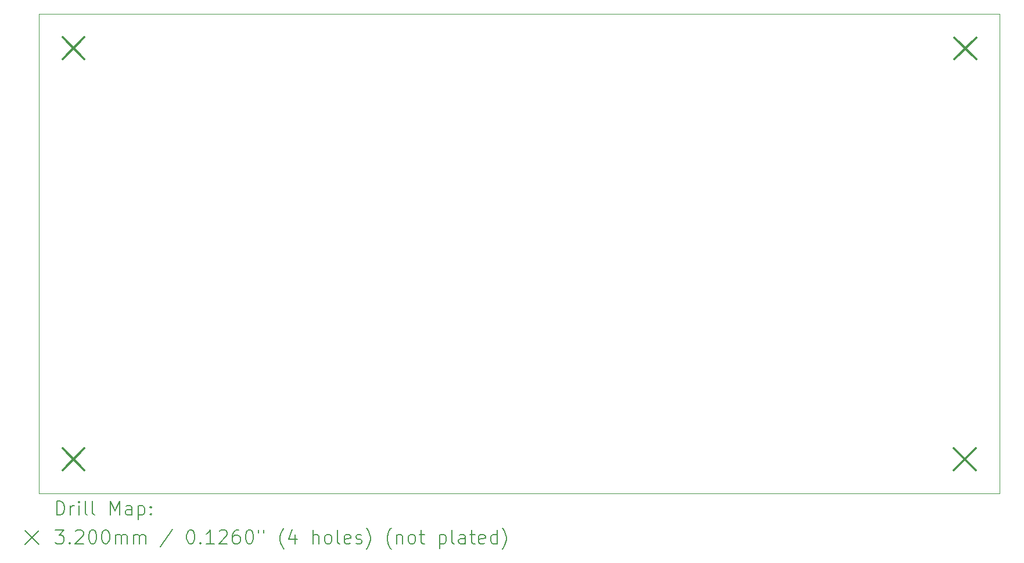
<source format=gbr>
%TF.GenerationSoftware,KiCad,Pcbnew,7.0.10*%
%TF.CreationDate,2024-03-07T14:58:12-05:00*%
%TF.ProjectId,ECE477_PCBDesign,45434534-3737-45f5-9043-424465736967,1*%
%TF.SameCoordinates,Original*%
%TF.FileFunction,Drillmap*%
%TF.FilePolarity,Positive*%
%FSLAX45Y45*%
G04 Gerber Fmt 4.5, Leading zero omitted, Abs format (unit mm)*
G04 Created by KiCad (PCBNEW 7.0.10) date 2024-03-07 14:58:12*
%MOMM*%
%LPD*%
G01*
G04 APERTURE LIST*
%ADD10C,0.100000*%
%ADD11C,0.200000*%
%ADD12C,0.320000*%
G04 APERTURE END LIST*
D10*
X14737500Y-10295000D02*
X28737500Y-10295000D01*
X28737500Y-17295000D01*
X14737500Y-17295000D01*
X14737500Y-10295000D01*
D11*
D12*
X15077500Y-10635000D02*
X15397500Y-10955000D01*
X15397500Y-10635000D02*
X15077500Y-10955000D01*
X15077500Y-16635000D02*
X15397500Y-16955000D01*
X15397500Y-16635000D02*
X15077500Y-16955000D01*
X28067500Y-16635000D02*
X28387500Y-16955000D01*
X28387500Y-16635000D02*
X28067500Y-16955000D01*
X28077500Y-10640000D02*
X28397500Y-10960000D01*
X28397500Y-10640000D02*
X28077500Y-10960000D01*
D11*
X14993277Y-17611484D02*
X14993277Y-17411484D01*
X14993277Y-17411484D02*
X15040896Y-17411484D01*
X15040896Y-17411484D02*
X15069467Y-17421008D01*
X15069467Y-17421008D02*
X15088515Y-17440055D01*
X15088515Y-17440055D02*
X15098039Y-17459103D01*
X15098039Y-17459103D02*
X15107562Y-17497198D01*
X15107562Y-17497198D02*
X15107562Y-17525770D01*
X15107562Y-17525770D02*
X15098039Y-17563865D01*
X15098039Y-17563865D02*
X15088515Y-17582912D01*
X15088515Y-17582912D02*
X15069467Y-17601960D01*
X15069467Y-17601960D02*
X15040896Y-17611484D01*
X15040896Y-17611484D02*
X14993277Y-17611484D01*
X15193277Y-17611484D02*
X15193277Y-17478150D01*
X15193277Y-17516246D02*
X15202801Y-17497198D01*
X15202801Y-17497198D02*
X15212324Y-17487674D01*
X15212324Y-17487674D02*
X15231372Y-17478150D01*
X15231372Y-17478150D02*
X15250420Y-17478150D01*
X15317086Y-17611484D02*
X15317086Y-17478150D01*
X15317086Y-17411484D02*
X15307562Y-17421008D01*
X15307562Y-17421008D02*
X15317086Y-17430531D01*
X15317086Y-17430531D02*
X15326610Y-17421008D01*
X15326610Y-17421008D02*
X15317086Y-17411484D01*
X15317086Y-17411484D02*
X15317086Y-17430531D01*
X15440896Y-17611484D02*
X15421848Y-17601960D01*
X15421848Y-17601960D02*
X15412324Y-17582912D01*
X15412324Y-17582912D02*
X15412324Y-17411484D01*
X15545658Y-17611484D02*
X15526610Y-17601960D01*
X15526610Y-17601960D02*
X15517086Y-17582912D01*
X15517086Y-17582912D02*
X15517086Y-17411484D01*
X15774229Y-17611484D02*
X15774229Y-17411484D01*
X15774229Y-17411484D02*
X15840896Y-17554341D01*
X15840896Y-17554341D02*
X15907562Y-17411484D01*
X15907562Y-17411484D02*
X15907562Y-17611484D01*
X16088515Y-17611484D02*
X16088515Y-17506722D01*
X16088515Y-17506722D02*
X16078991Y-17487674D01*
X16078991Y-17487674D02*
X16059943Y-17478150D01*
X16059943Y-17478150D02*
X16021848Y-17478150D01*
X16021848Y-17478150D02*
X16002801Y-17487674D01*
X16088515Y-17601960D02*
X16069467Y-17611484D01*
X16069467Y-17611484D02*
X16021848Y-17611484D01*
X16021848Y-17611484D02*
X16002801Y-17601960D01*
X16002801Y-17601960D02*
X15993277Y-17582912D01*
X15993277Y-17582912D02*
X15993277Y-17563865D01*
X15993277Y-17563865D02*
X16002801Y-17544817D01*
X16002801Y-17544817D02*
X16021848Y-17535293D01*
X16021848Y-17535293D02*
X16069467Y-17535293D01*
X16069467Y-17535293D02*
X16088515Y-17525770D01*
X16183753Y-17478150D02*
X16183753Y-17678150D01*
X16183753Y-17487674D02*
X16202801Y-17478150D01*
X16202801Y-17478150D02*
X16240896Y-17478150D01*
X16240896Y-17478150D02*
X16259943Y-17487674D01*
X16259943Y-17487674D02*
X16269467Y-17497198D01*
X16269467Y-17497198D02*
X16278991Y-17516246D01*
X16278991Y-17516246D02*
X16278991Y-17573389D01*
X16278991Y-17573389D02*
X16269467Y-17592436D01*
X16269467Y-17592436D02*
X16259943Y-17601960D01*
X16259943Y-17601960D02*
X16240896Y-17611484D01*
X16240896Y-17611484D02*
X16202801Y-17611484D01*
X16202801Y-17611484D02*
X16183753Y-17601960D01*
X16364705Y-17592436D02*
X16374229Y-17601960D01*
X16374229Y-17601960D02*
X16364705Y-17611484D01*
X16364705Y-17611484D02*
X16355182Y-17601960D01*
X16355182Y-17601960D02*
X16364705Y-17592436D01*
X16364705Y-17592436D02*
X16364705Y-17611484D01*
X16364705Y-17487674D02*
X16374229Y-17497198D01*
X16374229Y-17497198D02*
X16364705Y-17506722D01*
X16364705Y-17506722D02*
X16355182Y-17497198D01*
X16355182Y-17497198D02*
X16364705Y-17487674D01*
X16364705Y-17487674D02*
X16364705Y-17506722D01*
X14532500Y-17840000D02*
X14732500Y-18040000D01*
X14732500Y-17840000D02*
X14532500Y-18040000D01*
X14974229Y-17831484D02*
X15098039Y-17831484D01*
X15098039Y-17831484D02*
X15031372Y-17907674D01*
X15031372Y-17907674D02*
X15059943Y-17907674D01*
X15059943Y-17907674D02*
X15078991Y-17917198D01*
X15078991Y-17917198D02*
X15088515Y-17926722D01*
X15088515Y-17926722D02*
X15098039Y-17945770D01*
X15098039Y-17945770D02*
X15098039Y-17993389D01*
X15098039Y-17993389D02*
X15088515Y-18012436D01*
X15088515Y-18012436D02*
X15078991Y-18021960D01*
X15078991Y-18021960D02*
X15059943Y-18031484D01*
X15059943Y-18031484D02*
X15002801Y-18031484D01*
X15002801Y-18031484D02*
X14983753Y-18021960D01*
X14983753Y-18021960D02*
X14974229Y-18012436D01*
X15183753Y-18012436D02*
X15193277Y-18021960D01*
X15193277Y-18021960D02*
X15183753Y-18031484D01*
X15183753Y-18031484D02*
X15174229Y-18021960D01*
X15174229Y-18021960D02*
X15183753Y-18012436D01*
X15183753Y-18012436D02*
X15183753Y-18031484D01*
X15269467Y-17850531D02*
X15278991Y-17841008D01*
X15278991Y-17841008D02*
X15298039Y-17831484D01*
X15298039Y-17831484D02*
X15345658Y-17831484D01*
X15345658Y-17831484D02*
X15364705Y-17841008D01*
X15364705Y-17841008D02*
X15374229Y-17850531D01*
X15374229Y-17850531D02*
X15383753Y-17869579D01*
X15383753Y-17869579D02*
X15383753Y-17888627D01*
X15383753Y-17888627D02*
X15374229Y-17917198D01*
X15374229Y-17917198D02*
X15259943Y-18031484D01*
X15259943Y-18031484D02*
X15383753Y-18031484D01*
X15507562Y-17831484D02*
X15526610Y-17831484D01*
X15526610Y-17831484D02*
X15545658Y-17841008D01*
X15545658Y-17841008D02*
X15555182Y-17850531D01*
X15555182Y-17850531D02*
X15564705Y-17869579D01*
X15564705Y-17869579D02*
X15574229Y-17907674D01*
X15574229Y-17907674D02*
X15574229Y-17955293D01*
X15574229Y-17955293D02*
X15564705Y-17993389D01*
X15564705Y-17993389D02*
X15555182Y-18012436D01*
X15555182Y-18012436D02*
X15545658Y-18021960D01*
X15545658Y-18021960D02*
X15526610Y-18031484D01*
X15526610Y-18031484D02*
X15507562Y-18031484D01*
X15507562Y-18031484D02*
X15488515Y-18021960D01*
X15488515Y-18021960D02*
X15478991Y-18012436D01*
X15478991Y-18012436D02*
X15469467Y-17993389D01*
X15469467Y-17993389D02*
X15459943Y-17955293D01*
X15459943Y-17955293D02*
X15459943Y-17907674D01*
X15459943Y-17907674D02*
X15469467Y-17869579D01*
X15469467Y-17869579D02*
X15478991Y-17850531D01*
X15478991Y-17850531D02*
X15488515Y-17841008D01*
X15488515Y-17841008D02*
X15507562Y-17831484D01*
X15698039Y-17831484D02*
X15717086Y-17831484D01*
X15717086Y-17831484D02*
X15736134Y-17841008D01*
X15736134Y-17841008D02*
X15745658Y-17850531D01*
X15745658Y-17850531D02*
X15755182Y-17869579D01*
X15755182Y-17869579D02*
X15764705Y-17907674D01*
X15764705Y-17907674D02*
X15764705Y-17955293D01*
X15764705Y-17955293D02*
X15755182Y-17993389D01*
X15755182Y-17993389D02*
X15745658Y-18012436D01*
X15745658Y-18012436D02*
X15736134Y-18021960D01*
X15736134Y-18021960D02*
X15717086Y-18031484D01*
X15717086Y-18031484D02*
X15698039Y-18031484D01*
X15698039Y-18031484D02*
X15678991Y-18021960D01*
X15678991Y-18021960D02*
X15669467Y-18012436D01*
X15669467Y-18012436D02*
X15659943Y-17993389D01*
X15659943Y-17993389D02*
X15650420Y-17955293D01*
X15650420Y-17955293D02*
X15650420Y-17907674D01*
X15650420Y-17907674D02*
X15659943Y-17869579D01*
X15659943Y-17869579D02*
X15669467Y-17850531D01*
X15669467Y-17850531D02*
X15678991Y-17841008D01*
X15678991Y-17841008D02*
X15698039Y-17831484D01*
X15850420Y-18031484D02*
X15850420Y-17898150D01*
X15850420Y-17917198D02*
X15859943Y-17907674D01*
X15859943Y-17907674D02*
X15878991Y-17898150D01*
X15878991Y-17898150D02*
X15907563Y-17898150D01*
X15907563Y-17898150D02*
X15926610Y-17907674D01*
X15926610Y-17907674D02*
X15936134Y-17926722D01*
X15936134Y-17926722D02*
X15936134Y-18031484D01*
X15936134Y-17926722D02*
X15945658Y-17907674D01*
X15945658Y-17907674D02*
X15964705Y-17898150D01*
X15964705Y-17898150D02*
X15993277Y-17898150D01*
X15993277Y-17898150D02*
X16012324Y-17907674D01*
X16012324Y-17907674D02*
X16021848Y-17926722D01*
X16021848Y-17926722D02*
X16021848Y-18031484D01*
X16117086Y-18031484D02*
X16117086Y-17898150D01*
X16117086Y-17917198D02*
X16126610Y-17907674D01*
X16126610Y-17907674D02*
X16145658Y-17898150D01*
X16145658Y-17898150D02*
X16174229Y-17898150D01*
X16174229Y-17898150D02*
X16193277Y-17907674D01*
X16193277Y-17907674D02*
X16202801Y-17926722D01*
X16202801Y-17926722D02*
X16202801Y-18031484D01*
X16202801Y-17926722D02*
X16212324Y-17907674D01*
X16212324Y-17907674D02*
X16231372Y-17898150D01*
X16231372Y-17898150D02*
X16259943Y-17898150D01*
X16259943Y-17898150D02*
X16278991Y-17907674D01*
X16278991Y-17907674D02*
X16288515Y-17926722D01*
X16288515Y-17926722D02*
X16288515Y-18031484D01*
X16678991Y-17821960D02*
X16507563Y-18079103D01*
X16936134Y-17831484D02*
X16955182Y-17831484D01*
X16955182Y-17831484D02*
X16974229Y-17841008D01*
X16974229Y-17841008D02*
X16983753Y-17850531D01*
X16983753Y-17850531D02*
X16993277Y-17869579D01*
X16993277Y-17869579D02*
X17002801Y-17907674D01*
X17002801Y-17907674D02*
X17002801Y-17955293D01*
X17002801Y-17955293D02*
X16993277Y-17993389D01*
X16993277Y-17993389D02*
X16983753Y-18012436D01*
X16983753Y-18012436D02*
X16974229Y-18021960D01*
X16974229Y-18021960D02*
X16955182Y-18031484D01*
X16955182Y-18031484D02*
X16936134Y-18031484D01*
X16936134Y-18031484D02*
X16917087Y-18021960D01*
X16917087Y-18021960D02*
X16907563Y-18012436D01*
X16907563Y-18012436D02*
X16898039Y-17993389D01*
X16898039Y-17993389D02*
X16888515Y-17955293D01*
X16888515Y-17955293D02*
X16888515Y-17907674D01*
X16888515Y-17907674D02*
X16898039Y-17869579D01*
X16898039Y-17869579D02*
X16907563Y-17850531D01*
X16907563Y-17850531D02*
X16917087Y-17841008D01*
X16917087Y-17841008D02*
X16936134Y-17831484D01*
X17088515Y-18012436D02*
X17098039Y-18021960D01*
X17098039Y-18021960D02*
X17088515Y-18031484D01*
X17088515Y-18031484D02*
X17078991Y-18021960D01*
X17078991Y-18021960D02*
X17088515Y-18012436D01*
X17088515Y-18012436D02*
X17088515Y-18031484D01*
X17288515Y-18031484D02*
X17174229Y-18031484D01*
X17231372Y-18031484D02*
X17231372Y-17831484D01*
X17231372Y-17831484D02*
X17212325Y-17860055D01*
X17212325Y-17860055D02*
X17193277Y-17879103D01*
X17193277Y-17879103D02*
X17174229Y-17888627D01*
X17364706Y-17850531D02*
X17374229Y-17841008D01*
X17374229Y-17841008D02*
X17393277Y-17831484D01*
X17393277Y-17831484D02*
X17440896Y-17831484D01*
X17440896Y-17831484D02*
X17459944Y-17841008D01*
X17459944Y-17841008D02*
X17469468Y-17850531D01*
X17469468Y-17850531D02*
X17478991Y-17869579D01*
X17478991Y-17869579D02*
X17478991Y-17888627D01*
X17478991Y-17888627D02*
X17469468Y-17917198D01*
X17469468Y-17917198D02*
X17355182Y-18031484D01*
X17355182Y-18031484D02*
X17478991Y-18031484D01*
X17650420Y-17831484D02*
X17612325Y-17831484D01*
X17612325Y-17831484D02*
X17593277Y-17841008D01*
X17593277Y-17841008D02*
X17583753Y-17850531D01*
X17583753Y-17850531D02*
X17564706Y-17879103D01*
X17564706Y-17879103D02*
X17555182Y-17917198D01*
X17555182Y-17917198D02*
X17555182Y-17993389D01*
X17555182Y-17993389D02*
X17564706Y-18012436D01*
X17564706Y-18012436D02*
X17574229Y-18021960D01*
X17574229Y-18021960D02*
X17593277Y-18031484D01*
X17593277Y-18031484D02*
X17631372Y-18031484D01*
X17631372Y-18031484D02*
X17650420Y-18021960D01*
X17650420Y-18021960D02*
X17659944Y-18012436D01*
X17659944Y-18012436D02*
X17669468Y-17993389D01*
X17669468Y-17993389D02*
X17669468Y-17945770D01*
X17669468Y-17945770D02*
X17659944Y-17926722D01*
X17659944Y-17926722D02*
X17650420Y-17917198D01*
X17650420Y-17917198D02*
X17631372Y-17907674D01*
X17631372Y-17907674D02*
X17593277Y-17907674D01*
X17593277Y-17907674D02*
X17574229Y-17917198D01*
X17574229Y-17917198D02*
X17564706Y-17926722D01*
X17564706Y-17926722D02*
X17555182Y-17945770D01*
X17793277Y-17831484D02*
X17812325Y-17831484D01*
X17812325Y-17831484D02*
X17831372Y-17841008D01*
X17831372Y-17841008D02*
X17840896Y-17850531D01*
X17840896Y-17850531D02*
X17850420Y-17869579D01*
X17850420Y-17869579D02*
X17859944Y-17907674D01*
X17859944Y-17907674D02*
X17859944Y-17955293D01*
X17859944Y-17955293D02*
X17850420Y-17993389D01*
X17850420Y-17993389D02*
X17840896Y-18012436D01*
X17840896Y-18012436D02*
X17831372Y-18021960D01*
X17831372Y-18021960D02*
X17812325Y-18031484D01*
X17812325Y-18031484D02*
X17793277Y-18031484D01*
X17793277Y-18031484D02*
X17774229Y-18021960D01*
X17774229Y-18021960D02*
X17764706Y-18012436D01*
X17764706Y-18012436D02*
X17755182Y-17993389D01*
X17755182Y-17993389D02*
X17745658Y-17955293D01*
X17745658Y-17955293D02*
X17745658Y-17907674D01*
X17745658Y-17907674D02*
X17755182Y-17869579D01*
X17755182Y-17869579D02*
X17764706Y-17850531D01*
X17764706Y-17850531D02*
X17774229Y-17841008D01*
X17774229Y-17841008D02*
X17793277Y-17831484D01*
X17936134Y-17831484D02*
X17936134Y-17869579D01*
X18012325Y-17831484D02*
X18012325Y-17869579D01*
X18307563Y-18107674D02*
X18298039Y-18098150D01*
X18298039Y-18098150D02*
X18278991Y-18069579D01*
X18278991Y-18069579D02*
X18269468Y-18050531D01*
X18269468Y-18050531D02*
X18259944Y-18021960D01*
X18259944Y-18021960D02*
X18250420Y-17974341D01*
X18250420Y-17974341D02*
X18250420Y-17936246D01*
X18250420Y-17936246D02*
X18259944Y-17888627D01*
X18259944Y-17888627D02*
X18269468Y-17860055D01*
X18269468Y-17860055D02*
X18278991Y-17841008D01*
X18278991Y-17841008D02*
X18298039Y-17812436D01*
X18298039Y-17812436D02*
X18307563Y-17802912D01*
X18469468Y-17898150D02*
X18469468Y-18031484D01*
X18421849Y-17821960D02*
X18374230Y-17964817D01*
X18374230Y-17964817D02*
X18498039Y-17964817D01*
X18726611Y-18031484D02*
X18726611Y-17831484D01*
X18812325Y-18031484D02*
X18812325Y-17926722D01*
X18812325Y-17926722D02*
X18802801Y-17907674D01*
X18802801Y-17907674D02*
X18783753Y-17898150D01*
X18783753Y-17898150D02*
X18755182Y-17898150D01*
X18755182Y-17898150D02*
X18736134Y-17907674D01*
X18736134Y-17907674D02*
X18726611Y-17917198D01*
X18936134Y-18031484D02*
X18917087Y-18021960D01*
X18917087Y-18021960D02*
X18907563Y-18012436D01*
X18907563Y-18012436D02*
X18898039Y-17993389D01*
X18898039Y-17993389D02*
X18898039Y-17936246D01*
X18898039Y-17936246D02*
X18907563Y-17917198D01*
X18907563Y-17917198D02*
X18917087Y-17907674D01*
X18917087Y-17907674D02*
X18936134Y-17898150D01*
X18936134Y-17898150D02*
X18964706Y-17898150D01*
X18964706Y-17898150D02*
X18983753Y-17907674D01*
X18983753Y-17907674D02*
X18993277Y-17917198D01*
X18993277Y-17917198D02*
X19002801Y-17936246D01*
X19002801Y-17936246D02*
X19002801Y-17993389D01*
X19002801Y-17993389D02*
X18993277Y-18012436D01*
X18993277Y-18012436D02*
X18983753Y-18021960D01*
X18983753Y-18021960D02*
X18964706Y-18031484D01*
X18964706Y-18031484D02*
X18936134Y-18031484D01*
X19117087Y-18031484D02*
X19098039Y-18021960D01*
X19098039Y-18021960D02*
X19088515Y-18002912D01*
X19088515Y-18002912D02*
X19088515Y-17831484D01*
X19269468Y-18021960D02*
X19250420Y-18031484D01*
X19250420Y-18031484D02*
X19212325Y-18031484D01*
X19212325Y-18031484D02*
X19193277Y-18021960D01*
X19193277Y-18021960D02*
X19183753Y-18002912D01*
X19183753Y-18002912D02*
X19183753Y-17926722D01*
X19183753Y-17926722D02*
X19193277Y-17907674D01*
X19193277Y-17907674D02*
X19212325Y-17898150D01*
X19212325Y-17898150D02*
X19250420Y-17898150D01*
X19250420Y-17898150D02*
X19269468Y-17907674D01*
X19269468Y-17907674D02*
X19278992Y-17926722D01*
X19278992Y-17926722D02*
X19278992Y-17945770D01*
X19278992Y-17945770D02*
X19183753Y-17964817D01*
X19355182Y-18021960D02*
X19374230Y-18031484D01*
X19374230Y-18031484D02*
X19412325Y-18031484D01*
X19412325Y-18031484D02*
X19431373Y-18021960D01*
X19431373Y-18021960D02*
X19440896Y-18002912D01*
X19440896Y-18002912D02*
X19440896Y-17993389D01*
X19440896Y-17993389D02*
X19431373Y-17974341D01*
X19431373Y-17974341D02*
X19412325Y-17964817D01*
X19412325Y-17964817D02*
X19383753Y-17964817D01*
X19383753Y-17964817D02*
X19364706Y-17955293D01*
X19364706Y-17955293D02*
X19355182Y-17936246D01*
X19355182Y-17936246D02*
X19355182Y-17926722D01*
X19355182Y-17926722D02*
X19364706Y-17907674D01*
X19364706Y-17907674D02*
X19383753Y-17898150D01*
X19383753Y-17898150D02*
X19412325Y-17898150D01*
X19412325Y-17898150D02*
X19431373Y-17907674D01*
X19507563Y-18107674D02*
X19517087Y-18098150D01*
X19517087Y-18098150D02*
X19536134Y-18069579D01*
X19536134Y-18069579D02*
X19545658Y-18050531D01*
X19545658Y-18050531D02*
X19555182Y-18021960D01*
X19555182Y-18021960D02*
X19564706Y-17974341D01*
X19564706Y-17974341D02*
X19564706Y-17936246D01*
X19564706Y-17936246D02*
X19555182Y-17888627D01*
X19555182Y-17888627D02*
X19545658Y-17860055D01*
X19545658Y-17860055D02*
X19536134Y-17841008D01*
X19536134Y-17841008D02*
X19517087Y-17812436D01*
X19517087Y-17812436D02*
X19507563Y-17802912D01*
X19869468Y-18107674D02*
X19859944Y-18098150D01*
X19859944Y-18098150D02*
X19840896Y-18069579D01*
X19840896Y-18069579D02*
X19831373Y-18050531D01*
X19831373Y-18050531D02*
X19821849Y-18021960D01*
X19821849Y-18021960D02*
X19812325Y-17974341D01*
X19812325Y-17974341D02*
X19812325Y-17936246D01*
X19812325Y-17936246D02*
X19821849Y-17888627D01*
X19821849Y-17888627D02*
X19831373Y-17860055D01*
X19831373Y-17860055D02*
X19840896Y-17841008D01*
X19840896Y-17841008D02*
X19859944Y-17812436D01*
X19859944Y-17812436D02*
X19869468Y-17802912D01*
X19945658Y-17898150D02*
X19945658Y-18031484D01*
X19945658Y-17917198D02*
X19955182Y-17907674D01*
X19955182Y-17907674D02*
X19974230Y-17898150D01*
X19974230Y-17898150D02*
X20002801Y-17898150D01*
X20002801Y-17898150D02*
X20021849Y-17907674D01*
X20021849Y-17907674D02*
X20031373Y-17926722D01*
X20031373Y-17926722D02*
X20031373Y-18031484D01*
X20155182Y-18031484D02*
X20136134Y-18021960D01*
X20136134Y-18021960D02*
X20126611Y-18012436D01*
X20126611Y-18012436D02*
X20117087Y-17993389D01*
X20117087Y-17993389D02*
X20117087Y-17936246D01*
X20117087Y-17936246D02*
X20126611Y-17917198D01*
X20126611Y-17917198D02*
X20136134Y-17907674D01*
X20136134Y-17907674D02*
X20155182Y-17898150D01*
X20155182Y-17898150D02*
X20183754Y-17898150D01*
X20183754Y-17898150D02*
X20202801Y-17907674D01*
X20202801Y-17907674D02*
X20212325Y-17917198D01*
X20212325Y-17917198D02*
X20221849Y-17936246D01*
X20221849Y-17936246D02*
X20221849Y-17993389D01*
X20221849Y-17993389D02*
X20212325Y-18012436D01*
X20212325Y-18012436D02*
X20202801Y-18021960D01*
X20202801Y-18021960D02*
X20183754Y-18031484D01*
X20183754Y-18031484D02*
X20155182Y-18031484D01*
X20278992Y-17898150D02*
X20355182Y-17898150D01*
X20307563Y-17831484D02*
X20307563Y-18002912D01*
X20307563Y-18002912D02*
X20317087Y-18021960D01*
X20317087Y-18021960D02*
X20336134Y-18031484D01*
X20336134Y-18031484D02*
X20355182Y-18031484D01*
X20574230Y-17898150D02*
X20574230Y-18098150D01*
X20574230Y-17907674D02*
X20593277Y-17898150D01*
X20593277Y-17898150D02*
X20631373Y-17898150D01*
X20631373Y-17898150D02*
X20650420Y-17907674D01*
X20650420Y-17907674D02*
X20659944Y-17917198D01*
X20659944Y-17917198D02*
X20669468Y-17936246D01*
X20669468Y-17936246D02*
X20669468Y-17993389D01*
X20669468Y-17993389D02*
X20659944Y-18012436D01*
X20659944Y-18012436D02*
X20650420Y-18021960D01*
X20650420Y-18021960D02*
X20631373Y-18031484D01*
X20631373Y-18031484D02*
X20593277Y-18031484D01*
X20593277Y-18031484D02*
X20574230Y-18021960D01*
X20783754Y-18031484D02*
X20764706Y-18021960D01*
X20764706Y-18021960D02*
X20755182Y-18002912D01*
X20755182Y-18002912D02*
X20755182Y-17831484D01*
X20945658Y-18031484D02*
X20945658Y-17926722D01*
X20945658Y-17926722D02*
X20936135Y-17907674D01*
X20936135Y-17907674D02*
X20917087Y-17898150D01*
X20917087Y-17898150D02*
X20878992Y-17898150D01*
X20878992Y-17898150D02*
X20859944Y-17907674D01*
X20945658Y-18021960D02*
X20926611Y-18031484D01*
X20926611Y-18031484D02*
X20878992Y-18031484D01*
X20878992Y-18031484D02*
X20859944Y-18021960D01*
X20859944Y-18021960D02*
X20850420Y-18002912D01*
X20850420Y-18002912D02*
X20850420Y-17983865D01*
X20850420Y-17983865D02*
X20859944Y-17964817D01*
X20859944Y-17964817D02*
X20878992Y-17955293D01*
X20878992Y-17955293D02*
X20926611Y-17955293D01*
X20926611Y-17955293D02*
X20945658Y-17945770D01*
X21012325Y-17898150D02*
X21088515Y-17898150D01*
X21040896Y-17831484D02*
X21040896Y-18002912D01*
X21040896Y-18002912D02*
X21050420Y-18021960D01*
X21050420Y-18021960D02*
X21069468Y-18031484D01*
X21069468Y-18031484D02*
X21088515Y-18031484D01*
X21231373Y-18021960D02*
X21212325Y-18031484D01*
X21212325Y-18031484D02*
X21174230Y-18031484D01*
X21174230Y-18031484D02*
X21155182Y-18021960D01*
X21155182Y-18021960D02*
X21145658Y-18002912D01*
X21145658Y-18002912D02*
X21145658Y-17926722D01*
X21145658Y-17926722D02*
X21155182Y-17907674D01*
X21155182Y-17907674D02*
X21174230Y-17898150D01*
X21174230Y-17898150D02*
X21212325Y-17898150D01*
X21212325Y-17898150D02*
X21231373Y-17907674D01*
X21231373Y-17907674D02*
X21240896Y-17926722D01*
X21240896Y-17926722D02*
X21240896Y-17945770D01*
X21240896Y-17945770D02*
X21145658Y-17964817D01*
X21412325Y-18031484D02*
X21412325Y-17831484D01*
X21412325Y-18021960D02*
X21393277Y-18031484D01*
X21393277Y-18031484D02*
X21355182Y-18031484D01*
X21355182Y-18031484D02*
X21336135Y-18021960D01*
X21336135Y-18021960D02*
X21326611Y-18012436D01*
X21326611Y-18012436D02*
X21317087Y-17993389D01*
X21317087Y-17993389D02*
X21317087Y-17936246D01*
X21317087Y-17936246D02*
X21326611Y-17917198D01*
X21326611Y-17917198D02*
X21336135Y-17907674D01*
X21336135Y-17907674D02*
X21355182Y-17898150D01*
X21355182Y-17898150D02*
X21393277Y-17898150D01*
X21393277Y-17898150D02*
X21412325Y-17907674D01*
X21488516Y-18107674D02*
X21498039Y-18098150D01*
X21498039Y-18098150D02*
X21517087Y-18069579D01*
X21517087Y-18069579D02*
X21526611Y-18050531D01*
X21526611Y-18050531D02*
X21536135Y-18021960D01*
X21536135Y-18021960D02*
X21545658Y-17974341D01*
X21545658Y-17974341D02*
X21545658Y-17936246D01*
X21545658Y-17936246D02*
X21536135Y-17888627D01*
X21536135Y-17888627D02*
X21526611Y-17860055D01*
X21526611Y-17860055D02*
X21517087Y-17841008D01*
X21517087Y-17841008D02*
X21498039Y-17812436D01*
X21498039Y-17812436D02*
X21488516Y-17802912D01*
M02*

</source>
